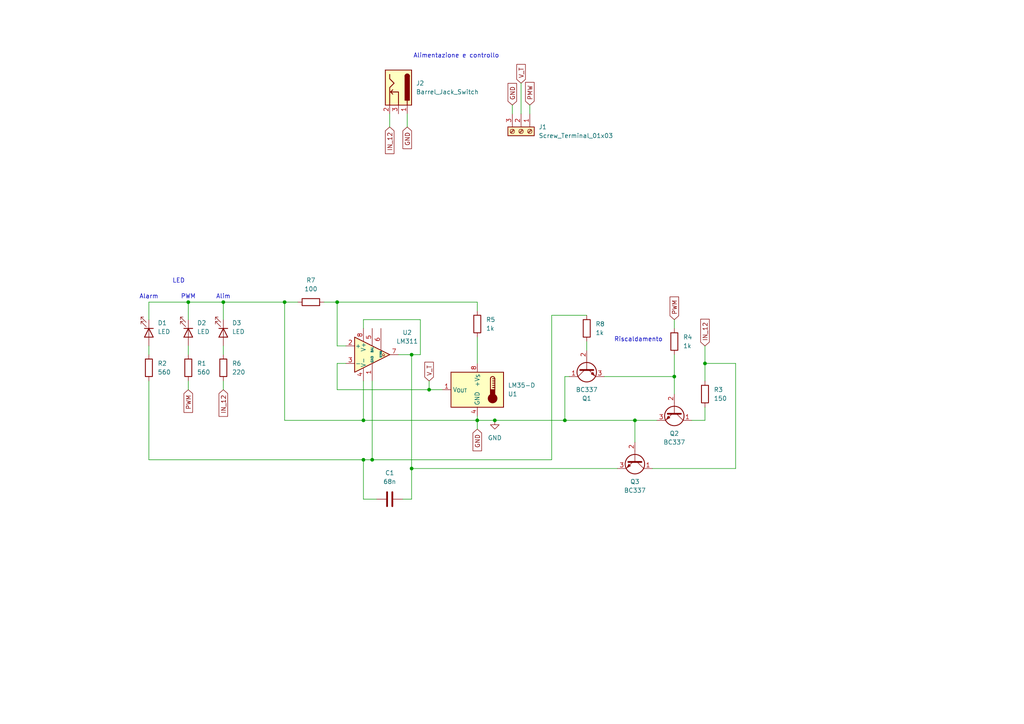
<source format=kicad_sch>
(kicad_sch (version 20250114) (generator "eeschema") (generator_version "9.0")
  (paper "A4")
  (title_block (title "Thermal Shield") (date "2026-02-07") (rev "0") (company "Nataso08"))
  (lib_symbols
    (symbol "Comparator:LM311" (pin_names (offset 0.127))
      (property "Reference" "U" (at 3.81 6.35 0))
      (property "Value" "LM311" (at 3.81 3.81 0))
      (symbol "LM311_0_1"
        (polyline (pts (xy 3.683 -0.381) (xy 3.302 -0.381) (xy 3.683 0) (xy 3.302 0.381) (xy 2.921 0) (xy 3.302 -0.381) (xy 2.921 -0.381)) (stroke (width 0.127)))
        (polyline (pts (xy 5.08 0) (xy -5.08 5.08) (xy -5.08 -5.08) (xy 5.08 0)) (stroke (width 0.254)) (fill (type background)))
      )
      (symbol "LM311_1_1"
        (pin input line (at -7.62 2.54 0) (length 2.54) (name "+") (number "2"))
        (pin input line (at -7.62 -2.54 0) (length 2.54) (name "-") (number "3"))
        (pin power_in line (at -2.54 7.62 270) (length 3.81) (name "V+") (number "8"))
        (pin power_in line (at -2.54 -7.62 90) (length 3.81) (name "V-") (number "4"))
        (pin input line (at 0 7.62 270) (length 5.08) (name "BAL") (number "5"))
        (pin passive line (at 0 -7.62 90) (length 5.08) (name "GND") (number "1"))
        (pin input line (at 2.54 7.62 270) (length 6.35) (name "STRB") (number "6"))
        (pin open_collector line (at 7.62 0 180) (length 2.54) (name "~") (number "7"))
      )
    )
    (symbol "Connector:Barrel_Jack_Switch" (pin_names (hide yes))
      (property "Reference" "J" (at 0 5.334 0))
      (property "Value" "Barrel_Jack_Switch" (at 0 -5.08 0))
      (symbol "Barrel_Jack_Switch_0_1"
        (rectangle (start -5.08 3.81) (end 5.08 -3.81) (stroke (width 0.254)) (fill (type background)))
        (polyline (pts (xy -3.81 -2.54) (xy -2.54 -2.54) (xy -1.27 -1.27) (xy 0 -2.54) (xy 2.54 -2.54) (xy 5.08 -2.54)) (stroke (width 0.254)))
        (arc (start -3.302 1.905) (mid -3.9343 2.54) (end -3.302 3.175) (stroke (width 0.254)))
        (arc (start -3.302 1.905) (mid -3.9343 2.54) (end -3.302 3.175) (stroke (width 0.254)) (fill (type outline)))
        (polyline (pts (xy 1.27 -2.286) (xy 1.905 -1.651)) (stroke (width 0.254)))
        (rectangle (start 3.683 3.175) (end -3.302 1.905) (stroke (width 0.254)) (fill (type outline)))
        (polyline (pts (xy 5.08 2.54) (xy 3.81 2.54)) (stroke (width 0.254)))
        (polyline (pts (xy 5.08 0) (xy 1.27 0) (xy 1.27 -2.286) (xy 0.635 -1.651)) (stroke (width 0.254)))
      )
      (symbol "Barrel_Jack_Switch_1_1"
        (pin passive line (at 7.62 2.54 180) (length 2.54) (name "~") (number "1"))
        (pin passive line (at 7.62 0 180) (length 2.54) (name "~") (number "3"))
        (pin passive line (at 7.62 -2.54 180) (length 2.54) (name "~") (number "2"))
      )
    )
    (symbol "Connector:Screw_Terminal_01x03" (pin_names (offset 1.016) (hide yes))
      (property "Reference" "J" (at 0 5.08 0))
      (property "Value" "Screw_Terminal_01x03" (at 0 -5.08 0))
      (symbol "Screw_Terminal_01x03_1_1"
        (rectangle (start -1.27 3.81) (end 1.27 -3.81) (stroke (width 0.254)) (fill (type background)))
        (polyline (pts (xy -0.5334 2.8702) (xy 0.3302 2.032)) (stroke (width 0.1524)))
        (polyline (pts (xy -0.5334 0.3302) (xy 0.3302 -0.508)) (stroke (width 0.1524)))
        (polyline (pts (xy -0.5334 -2.2098) (xy 0.3302 -3.048)) (stroke (width 0.1524)))
        (polyline (pts (xy -0.3556 3.048) (xy 0.508 2.2098)) (stroke (width 0.1524)))
        (polyline (pts (xy -0.3556 0.508) (xy 0.508 -0.3302)) (stroke (width 0.1524)))
        (polyline (pts (xy -0.3556 -2.032) (xy 0.508 -2.8702)) (stroke (width 0.1524)))
        (circle (center 0 2.54) (radius 0.635) (stroke (width 0.1524)))
        (circle (center 0 0) (radius 0.635) (stroke (width 0.1524)))
        (circle (center 0 -2.54) (radius 0.635) (stroke (width 0.1524)))
        (pin passive line (at -5.08 2.54 0) (length 3.81) (name "Pin_1") (number "1"))
        (pin passive line (at -5.08 0 0) (length 3.81) (name "Pin_2") (number "2"))
        (pin passive line (at -5.08 -2.54 0) (length 3.81) (name "Pin_3") (number "3"))
      )
    )
    (symbol "Device:C" (pin_numbers (hide yes)) (pin_names (offset 0.254))
      (property "Reference" "C" (at 0.635 2.54 0))
      (property "Value" "C" (at 0.635 -2.54 0))
      (symbol "C_0_1"
        (polyline (pts (xy -2.032 0.762) (xy 2.032 0.762)) (stroke (width 0.508)))
        (polyline (pts (xy -2.032 -0.762) (xy 2.032 -0.762)) (stroke (width 0.508)))
      )
      (symbol "C_1_1"
        (pin passive line (at 0 3.81 270) (length 2.794) (name "~") (number "1"))
        (pin passive line (at 0 -3.81 90) (length 2.794) (name "~") (number "2"))
      )
    )
    (symbol "Device:LED" (pin_numbers (hide yes)) (pin_names (offset 1.016) (hide yes))
      (property "Reference" "D" (at 0 2.54 0))
      (property "Value" "LED" (at 0 -2.54 0))
      (symbol "LED_0_1"
        (polyline (pts (xy -3.048 -0.762) (xy -4.572 -2.286) (xy -3.81 -2.286) (xy -4.572 -2.286) (xy -4.572 -1.524)))
        (polyline (pts (xy -1.778 -0.762) (xy -3.302 -2.286) (xy -2.54 -2.286) (xy -3.302 -2.286) (xy -3.302 -1.524)))
        (polyline (pts (xy -1.27 0) (xy 1.27 0)))
        (polyline (pts (xy -1.27 -1.27) (xy -1.27 1.27)) (stroke (width 0.254)))
        (polyline (pts (xy 1.27 -1.27) (xy 1.27 1.27) (xy -1.27 0) (xy 1.27 -1.27)) (stroke (width 0.254)))
      )
      (symbol "LED_1_1"
        (pin passive line (at -3.81 0 0) (length 2.54) (name "K") (number "1"))
        (pin passive line (at 3.81 0 180) (length 2.54) (name "A") (number "2"))
      )
    )
    (symbol "Device:R" (pin_numbers (hide yes)) (pin_names (offset 0))
      (property "Reference" "R" (at 2.032 0 90))
      (property "Value" "R" (at 0 0 90))
      (symbol "R_0_1"
        (rectangle (start -1.016 -2.54) (end 1.016 2.54) (stroke (width 0.254)))
      )
      (symbol "R_1_1"
        (pin passive line (at 0 3.81 270) (length 1.27) (name "~") (number "1"))
        (pin passive line (at 0 -3.81 90) (length 1.27) (name "~") (number "2"))
      )
    )
    (symbol "Sensor_Temperature:LM35-D"
      (property "Reference" "U" (at -6.35 6.35 0))
      (property "Value" "LM35-D" (at 1.27 6.35 0))
      (symbol "LM35-D_0_1"
        (rectangle (start -7.62 5.08) (end 7.62 -5.08) (stroke (width 0.254)) (fill (type background)))
        (polyline (pts (xy -5.08 3.175) (xy -5.08 0)) (stroke (width 0.254)))
        (polyline (pts (xy -5.08 3.175) (xy -4.445 3.175)) (stroke (width 0.254)))
        (polyline (pts (xy -5.08 2.54) (xy -4.445 2.54)) (stroke (width 0.254)))
        (polyline (pts (xy -5.08 1.905) (xy -4.445 1.905)) (stroke (width 0.254)))
        (polyline (pts (xy -5.08 1.27) (xy -4.445 1.27)) (stroke (width 0.254)))
        (polyline (pts (xy -5.08 0.635) (xy -4.445 0.635)) (stroke (width 0.254)))
        (arc (start -5.08 3.175) (mid -4.445 3.8073) (end -3.81 3.175) (stroke (width 0.254)))
        (circle (center -4.445 -2.54) (radius 1.27) (stroke (width 0.254)) (fill (type outline)))
        (polyline (pts (xy -3.81 3.175) (xy -3.81 0)) (stroke (width 0.254)))
        (rectangle (start -3.81 -1.905) (end -5.08 0) (stroke (width 0.254)) (fill (type outline)))
      )
      (symbol "LM35-D_1_1"
        (pin no_connect line (at -2.54 5.08 270) (length 2.54) (hide yes) (name "NC") (number "3"))
        (pin no_connect line (at -2.54 -5.08 90) (length 2.54) (hide yes) (name "NC") (number "2"))
        (pin power_in line (at 0 7.62 270) (length 2.54) (name "+V_{S}") (number "8"))
        (pin power_in line (at 0 -7.62 90) (length 2.54) (name "GND") (number "4"))
        (pin no_connect line (at 2.54 -5.08 90) (length 2.54) (hide yes) (name "NC") (number "5"))
        (pin no_connect line (at 5.08 -5.08 90) (length 2.54) (hide yes) (name "NC") (number "6"))
        (pin no_connect line (at 7.62 2.54 180) (length 2.54) (hide yes) (name "NC") (number "7"))
        (pin output line (at 10.16 0 180) (length 2.54) (name "V_{OUT}") (number "1"))
      )
    )
    (symbol "Transistor_BJT:BC337" (pin_names (offset 0) (hide yes))
      (property "Reference" "Q" (at 5.08 1.905 0))
      (property "Value" "BC337" (at 5.08 0 0))
      (symbol "BC337_0_1"
        (polyline (pts (xy -2.54 0) (xy 0.635 0)))
        (polyline (pts (xy 0.635 1.905) (xy 0.635 -1.905)) (stroke (width 0.508)))
        (circle (center 1.27 0) (radius 2.8194) (stroke (width 0.254)))
      )
      (symbol "BC337_1_1"
        (polyline (pts (xy 0.635 0.635) (xy 2.54 2.54)))
        (polyline (pts (xy 0.635 -0.635) (xy 2.54 -2.54)))
        (polyline (pts (xy 1.27 -1.778) (xy 1.778 -1.27) (xy 2.286 -2.286) (xy 1.27 -1.778)) (fill (type outline)))
        (pin input line (at -5.08 0 0) (length 2.54) (name "B") (number "2"))
        (pin passive line (at 2.54 5.08 270) (length 2.54) (name "C") (number "1"))
        (pin passive line (at 2.54 -5.08 90) (length 2.54) (name "E") (number "3"))
      )
    )
    (symbol "power:GND" (power) (pin_numbers (hide yes)) (pin_names (offset 0) (hide yes))
      (property "Value" "GND" (at 0 -3.81 0))
      (symbol "GND_0_1"
        (polyline (pts (xy 0 0) (xy 0 -1.27) (xy 1.27 -1.27) (xy 0 -2.54) (xy -1.27 -1.27) (xy 0 -1.27)))
      )
      (symbol "GND_1_1"
        (pin power_in line (at 0 0 270) (length 0) (name "~") (number "1"))
      )
    )
  )
  (text "LED" (at 51.816 81.534 0) (effects (font (size 1.27 1.27))))
  (text "Riscaldamento\n" (at 185.166 98.552 0) (effects (font (size 1.27 1.27))))
  (text "PWM" (at 54.61 86.106 0) (effects (font (size 1.27 1.27))))
  (text "Alim" (at 64.77 86.106 0) (effects (font (size 1.27 1.27))))
  (text "Alarm\n" (at 43.18 86.106 0) (effects (font (size 1.27 1.27))))
  (text "Alimentazione e controllo" (at 132.334 16.256 0) (effects (font (size 1.27 1.27))))
  (junction (at 163.83 121.92))
  (junction (at 54.61 87.63))
  (junction (at 107.95 133.35))
  (junction (at 204.47 105.41))
  (junction (at 119.38 102.87))
  (junction (at 184.15 121.92))
  (junction (at 143.51 121.92))
  (junction (at 138.43 121.92))
  (junction (at 119.38 135.89))
  (junction (at 97.79 87.63))
  (junction (at 105.41 121.92))
  (junction (at 82.55 87.63))
  (junction (at 64.77 87.63))
  (junction (at 195.58 109.22))
  (junction (at 105.41 133.35))
  (junction (at 124.46 113.03))
  (wire (pts (xy 195.58 109.22) (xy 195.58 114.3)))
  (wire (pts (xy 105.41 95.25) (xy 105.41 92.71)))
  (wire (pts (xy 97.79 113.03) (xy 124.46 113.03)))
  (wire (pts (xy 82.55 87.63) (xy 86.36 87.63)))
  (wire (pts (xy 175.26 109.22) (xy 195.58 109.22)))
  (wire (pts (xy 54.61 87.63) (xy 64.77 87.63)))
  (wire (pts (xy 189.23 135.89) (xy 213.36 135.89)))
  (wire (pts (xy 116.84 144.78) (xy 119.38 144.78)))
  (wire (pts (xy 170.18 99.06) (xy 170.18 101.6)))
  (wire (pts (xy 148.59 30.48) (xy 148.59 33.02)))
  (wire (pts (xy 115.57 102.87) (xy 119.38 102.87)))
  (wire (pts (xy 124.46 110.49) (xy 124.46 113.03)))
  (wire (pts (xy 119.38 135.89) (xy 119.38 144.78)))
  (wire (pts (xy 43.18 87.63) (xy 54.61 87.63)))
  (wire (pts (xy 204.47 121.92) (xy 204.47 118.11)))
  (wire (pts (xy 151.13 24.13) (xy 151.13 33.02)))
  (wire (pts (xy 153.67 30.48) (xy 153.67 33.02)))
  (wire (pts (xy 124.46 113.03) (xy 128.27 113.03)))
  (wire (pts (xy 200.66 121.92) (xy 204.47 121.92)))
  (wire (pts (xy 121.92 92.71) (xy 121.92 102.87)))
  (wire (pts (xy 204.47 100.33) (xy 204.47 105.41)))
  (wire (pts (xy 64.77 110.49) (xy 64.77 113.03)))
  (wire (pts (xy 195.58 92.71) (xy 195.58 95.25)))
  (wire (pts (xy 64.77 100.33) (xy 64.77 102.87)))
  (wire (pts (xy 113.03 33.02) (xy 113.03 36.83)))
  (wire (pts (xy 107.95 133.35) (xy 107.95 110.49)))
  (wire (pts (xy 97.79 87.63) (xy 138.43 87.63)))
  (wire (pts (xy 184.15 121.92) (xy 190.5 121.92)))
  (wire (pts (xy 54.61 110.49) (xy 54.61 113.03)))
  (wire (pts (xy 138.43 121.92) (xy 138.43 124.46)))
  (wire (pts (xy 213.36 135.89) (xy 213.36 105.41)))
  (wire (pts (xy 119.38 135.89) (xy 179.07 135.89)))
  (wire (pts (xy 213.36 105.41) (xy 204.47 105.41)))
  (wire (pts (xy 82.55 87.63) (xy 82.55 121.92)))
  (wire (pts (xy 54.61 100.33) (xy 54.61 102.87)))
  (wire (pts (xy 82.55 121.92) (xy 105.41 121.92)))
  (wire (pts (xy 105.41 92.71) (xy 121.92 92.71)))
  (wire (pts (xy 138.43 120.65) (xy 138.43 121.92)))
  (wire (pts (xy 109.22 144.78) (xy 105.41 144.78)))
  (wire (pts (xy 184.15 121.92) (xy 184.15 128.27)))
  (wire (pts (xy 138.43 90.17) (xy 138.43 87.63)))
  (wire (pts (xy 43.18 100.33) (xy 43.18 102.87)))
  (wire (pts (xy 118.11 33.02) (xy 118.11 36.83)))
  (wire (pts (xy 170.18 91.44) (xy 160.02 91.44)))
  (wire (pts (xy 97.79 113.03) (xy 97.79 105.41)))
  (wire (pts (xy 119.38 102.87) (xy 121.92 102.87)))
  (wire (pts (xy 64.77 87.63) (xy 82.55 87.63)))
  (wire (pts (xy 43.18 110.49) (xy 43.18 133.35)))
  (wire (pts (xy 204.47 105.41) (xy 204.47 110.49)))
  (wire (pts (xy 105.41 144.78) (xy 105.41 133.35)))
  (wire (pts (xy 138.43 97.79) (xy 138.43 105.41)))
  (wire (pts (xy 163.83 109.22) (xy 163.83 121.92)))
  (wire (pts (xy 97.79 87.63) (xy 97.79 100.33)))
  (wire (pts (xy 43.18 87.63) (xy 43.18 92.71)))
  (wire (pts (xy 163.83 121.92) (xy 184.15 121.92)))
  (wire (pts (xy 64.77 87.63) (xy 64.77 92.71)))
  (wire (pts (xy 119.38 102.87) (xy 119.38 135.89)))
  (wire (pts (xy 97.79 105.41) (xy 100.33 105.41)))
  (wire (pts (xy 163.83 109.22) (xy 165.1 109.22)))
  (wire (pts (xy 138.43 121.92) (xy 143.51 121.92)))
  (wire (pts (xy 160.02 91.44) (xy 160.02 133.35)))
  (wire (pts (xy 105.41 133.35) (xy 107.95 133.35)))
  (wire (pts (xy 105.41 110.49) (xy 105.41 121.92)))
  (wire (pts (xy 43.18 133.35) (xy 105.41 133.35)))
  (wire (pts (xy 93.98 87.63) (xy 97.79 87.63)))
  (wire (pts (xy 143.51 121.92) (xy 163.83 121.92)))
  (wire (pts (xy 54.61 87.63) (xy 54.61 92.71)))
  (wire (pts (xy 105.41 121.92) (xy 138.43 121.92)))
  (wire (pts (xy 107.95 133.35) (xy 160.02 133.35)))
  (wire (pts (xy 100.33 100.33) (xy 97.79 100.33)))
  (wire (pts (xy 195.58 102.87) (xy 195.58 109.22)))
  (global_label "V_T" (shape input) (at 151.13 24.13 90) (property "Intersheetrefs" "${INTERSHEET_REFS}" (effects (hide yes))))
  (global_label "PMW" (shape input) (at 153.67 30.48 90) (property "Intersheetrefs" "${INTERSHEET_REFS}" (effects (hide yes))))
  (global_label "GND" (shape input) (at 118.11 36.83 270) (property "Intersheetrefs" "${INTERSHEET_REFS}" (effects (hide yes))))
  (global_label "GND" (shape input) (at 148.59 30.48 90) (property "Intersheetrefs" "${INTERSHEET_REFS}" (effects (hide yes))))
  (global_label "IN_12" (shape input) (at 113.03 36.83 270) (property "Intersheetrefs" "${INTERSHEET_REFS}" (effects (hide yes))))
  (global_label "GND" (shape input) (at 138.43 124.46 270) (property "Intersheetrefs" "${INTERSHEET_REFS}" (effects (hide yes))))
  (global_label "IN_12" (shape input) (at 204.47 100.33 90) (property "Intersheetrefs" "${INTERSHEET_REFS}" (effects (hide yes))))
  (global_label "PWM" (shape input) (at 195.58 92.71 90) (property "Intersheetrefs" "${INTERSHEET_REFS}" (effects (hide yes))))
  (global_label "IN_12" (shape input) (at 64.77 113.03 270) (property "Intersheetrefs" "${INTERSHEET_REFS}" (effects (hide yes))))
  (global_label "PWM" (shape input) (at 54.61 113.03 270) (property "Intersheetrefs" "${INTERSHEET_REFS}" (effects (hide yes))))
  (global_label "V_T" (shape input) (at 124.46 110.49 90) (property "Intersheetrefs" "${INTERSHEET_REFS}" (effects (hide yes))))
  (symbol (lib_id "Device:R") (at 170.18 95.25 180) (unit 1)
    (property "Reference" "R8" (at 172.72 93.9799 0) (effects (justify right)))
    (property "Value" "1k" (at 172.72 96.5199 0) (effects (justify right)))
    (property "Footprint" "Resistor_THT:R_Axial_DIN0516_L15.5mm_D5.0mm_P20.32mm_Horizontal" (effects (hide yes)))
    (property "Description" "Resistor" (effects (hide yes)))
  )
  (symbol (lib_id "Device:R") (at 204.47 114.3 0) (unit 1)
    (property "Reference" "R3" (at 207.01 113.0299 0) (effects (justify left)))
    (property "Value" "150" (at 207.01 115.5699 0) (effects (justify left)))
    (property "Footprint" "Resistor_THT:R_Box_L26.0mm_W5.0mm_P20.00mm" (effects (hide yes)))
    (property "Description" "Resistor" (effects (hide yes)))
  )
  (symbol (lib_id "Device:R") (at 64.77 106.68 180) (unit 1)
    (property "Reference" "R6" (at 67.31 105.4099 0) (effects (justify right)))
    (property "Value" "220" (at 67.31 107.9499 0) (effects (justify right)))
    (property "Footprint" "Resistor_THT:R_Axial_DIN0516_L15.5mm_D5.0mm_P20.32mm_Horizontal" (effects (hide yes)))
    (property "Description" "Resistor" (effects (hide yes)))
  )
  (symbol (lib_id "Device:LED") (at 43.18 96.52 270) (unit 1)
    (property "Reference" "D1" (at 45.72 93.6624 90) (effects (justify left)))
    (property "Value" "LED" (at 45.72 96.2024 90) (effects (justify left)))
    (property "Footprint" "LED_THT:LED_D4.0mm" (effects (hide yes)))
    (property "Description" "Light emitting diode" (effects (hide yes)))
    (property "Sim.Pins" "1=K 2=A" (effects (hide yes)))
  )
  (symbol (lib_id "Comparator:LM311") (at 107.95 102.87 0) (unit 1)
    (property "Reference" "U2" (at 118.11 96.4498 0))
    (property "Value" "LM311" (at 118.11 98.9898 0))
    (property "Footprint" "Package_DIP:CERDIP-8_W7.62mm_SideBrazed" (effects (hide yes)))
    (property "Datasheet" "https://www.st.com/resource/en/datasheet/lm311.pdf" (effects (hide yes)))
    (property "Description" "Voltage Comparator, DIP-8/SOIC-8" (effects (hide yes)))
  )
  (symbol (lib_id "Device:R") (at 43.18 106.68 180) (unit 1)
    (property "Reference" "R2" (at 45.72 105.4099 0) (effects (justify right)))
    (property "Value" "560" (at 45.72 107.9499 0) (effects (justify right)))
    (property "Footprint" "Resistor_THT:R_Axial_DIN0516_L15.5mm_D5.0mm_P20.32mm_Horizontal" (effects (hide yes)))
    (property "Description" "Resistor" (effects (hide yes)))
  )
  (symbol (lib_id "power:GND") (at 143.51 121.92 0) (unit 1)
    (property "Reference" "#PWR01" (effects (hide yes)))
    (property "Value" "GND" (at 143.51 127 0))
    (property "Description" "Power symbol creates a global label with name \"GND\" , ground" (effects (hide yes)))
  )
  (symbol (lib_id "Transistor_BJT:BC337") (at 195.58 119.38 270) (unit 1)
    (property "Reference" "Q2" (at 195.58 125.73 90))
    (property "Value" "BC337" (at 195.58 128.27 90))
    (property "Footprint" "Package_TO_SOT_THT:TO-92_Inline" (effects (hide yes)))
    (property "Datasheet" "https://diotec.com/tl_files/diotec/files/pdf/datasheets/bc337.pdf" (effects (hide yes)))
    (property "Description" "0.8A Ic, 45V Vce, NPN Transistor, TO-92" (effects (hide yes)))
    (property "Sim.Device" "NPN" (effects (hide yes)))
    (property "Sim.Pins" "1=C 2=B 3=E" (effects (hide yes)))
  )
  (symbol (lib_id "Device:LED") (at 54.61 96.52 270) (unit 1)
    (property "Reference" "D2" (at 57.15 93.6624 90) (effects (justify left)))
    (property "Value" "LED" (at 57.15 96.2024 90) (effects (justify left)))
    (property "Footprint" "LED_THT:LED_D4.0mm" (effects (hide yes)))
    (property "Description" "Light emitting diode" (effects (hide yes)))
    (property "Sim.Pins" "1=K 2=A" (effects (hide yes)))
  )
  (symbol (lib_id "Device:R") (at 54.61 106.68 180) (unit 1)
    (property "Reference" "R1" (at 57.15 105.4099 0) (effects (justify right)))
    (property "Value" "560" (at 57.15 107.9499 0) (effects (justify right)))
    (property "Footprint" "Resistor_THT:R_Axial_DIN0516_L15.5mm_D5.0mm_P20.32mm_Horizontal" (effects (hide yes)))
    (property "Description" "Resistor" (effects (hide yes)))
  )
  (symbol (lib_id "Device:R") (at 90.17 87.63 270) (unit 1)
    (property "Reference" "R7" (at 90.17 81.28 90))
    (property "Value" "100" (at 90.17 83.82 90))
    (property "Footprint" "Resistor_THT:R_Axial_DIN0516_L15.5mm_D5.0mm_P20.32mm_Horizontal" (effects (hide yes)))
    (property "Description" "Resistor" (effects (hide yes)))
  )
  (symbol (lib_id "Device:C") (at 113.03 144.78 270) (unit 1)
    (property "Reference" "C1" (at 113.03 137.16 90))
    (property "Value" "68n" (at 113.03 139.7 90))
    (property "Footprint" "Capacitor_THT:C_Rect_L9.0mm_W2.5mm_P7.50mm_MKT" (effects (hide yes)))
    (property "Description" "Unpolarized capacitor" (effects (hide yes)))
  )
  (symbol (lib_id "Connector:Screw_Terminal_01x03") (at 151.13 38.1 270) (unit 1)
    (property "Reference" "J1" (at 156.21 36.8299 90) (effects (justify left)))
    (property "Value" "Screw_Terminal_01x03" (at 156.21 39.3699 90) (effects (justify left)))
    (property "Footprint" "TerminalBlock:TerminalBlock_MaiXu_MX126-5.0-03P_1x03_P5.00mm" (effects (hide yes)))
    (property "Description" "Generic screw terminal, single row, 01x03, script generated (kicad-library-utils/schlib/autogen/connector/)" (effects (hide yes)))
  )
  (symbol (lib_id "Transistor_BJT:BC337") (at 184.15 133.35 270) (unit 1)
    (property "Reference" "Q3" (at 184.15 139.7 90))
    (property "Value" "BC337" (at 184.15 142.24 90))
    (property "Footprint" "Package_TO_SOT_THT:TO-92_Inline" (effects (hide yes)))
    (property "Datasheet" "https://diotec.com/tl_files/diotec/files/pdf/datasheets/bc337.pdf" (effects (hide yes)))
    (property "Description" "0.8A Ic, 45V Vce, NPN Transistor, TO-92" (effects (hide yes)))
    (property "Sim.Device" "NPN" (effects (hide yes)))
    (property "Sim.Pins" "1=C 2=B 3=E" (effects (hide yes)))
  )
  (symbol (lib_id "Connector:Barrel_Jack_Switch") (at 115.57 25.4 270) (unit 1)
    (property "Reference" "J2" (at 120.65 24.1299 90) (effects (justify left)))
    (property "Value" "Barrel_Jack_Switch" (at 120.65 26.6699 90) (effects (justify left)))
    (property "Footprint" "Connector_BarrelJack:BarrelJack_Horizontal" (effects (hide yes)))
    (property "Description" "DC Barrel Jack with an internal switch" (effects (hide yes)))
  )
  (symbol (lib_id "Transistor_BJT:BC337") (at 170.18 106.68 90) (mirror x) (unit 1)
    (property "Reference" "Q1" (at 170.18 115.57 90))
    (property "Value" "BC337" (at 170.18 113.03 90))
    (property "Footprint" "Package_TO_SOT_THT:TO-92_Inline" (effects (hide yes)))
    (property "Datasheet" "https://diotec.com/tl_files/diotec/files/pdf/datasheets/bc337.pdf" (effects (hide yes)))
    (property "Description" "0.8A Ic, 45V Vce, NPN Transistor, TO-92" (effects (hide yes)))
    (property "Sim.Device" "NPN" (effects (hide yes)))
    (property "Sim.Pins" "1=C 2=B 3=E" (effects (hide yes)))
  )
  (symbol (lib_id "Sensor_Temperature:LM35-D") (at 138.43 113.03 0) (mirror y) (unit 1)
    (property "Reference" "U1" (at 147.32 114.3001 0) (effects (justify right)))
    (property "Value" "LM35-D" (at 147.32 111.7601 0) (effects (justify right)))
    (property "Footprint" "Package_TO_SOT_THT:TO-92_Inline" (effects (hide yes)))
    (property "Datasheet" "http://www.ti.com/lit/ds/symlink/lm35.pdf" (effects (hide yes)))
    (property "Description" "Precision centigrade temperature sensor, SOIC-8" (effects (hide yes)))
  )
  (symbol (lib_id "Device:R") (at 138.43 93.98 180) (unit 1)
    (property "Reference" "R5" (at 140.97 92.7099 0) (effects (justify right)))
    (property "Value" "1k" (at 140.97 95.2499 0) (effects (justify right)))
    (property "Footprint" "Resistor_THT:R_Axial_DIN0516_L15.5mm_D5.0mm_P20.32mm_Horizontal" (effects (hide yes)))
    (property "Description" "Resistor" (effects (hide yes)))
  )
  (symbol (lib_id "Device:R") (at 195.58 99.06 180) (unit 1)
    (property "Reference" "R4" (at 198.12 97.7899 0) (effects (justify right)))
    (property "Value" "1k" (at 198.12 100.3299 0) (effects (justify right)))
    (property "Footprint" "Resistor_THT:R_Axial_DIN0516_L15.5mm_D5.0mm_P20.32mm_Horizontal" (effects (hide yes)))
    (property "Description" "Resistor" (effects (hide yes)))
  )
  (symbol (lib_id "Device:LED") (at 64.77 96.52 270) (unit 1)
    (property "Reference" "D3" (at 67.31 93.6624 90) (effects (justify left)))
    (property "Value" "LED" (at 67.31 96.2024 90) (effects (justify left)))
    (property "Footprint" "LED_THT:LED_D4.0mm" (effects (hide yes)))
    (property "Description" "Light emitting diode" (effects (hide yes)))
    (property "Sim.Pins" "1=K 2=A" (effects (hide yes)))
  )
)
</source>
